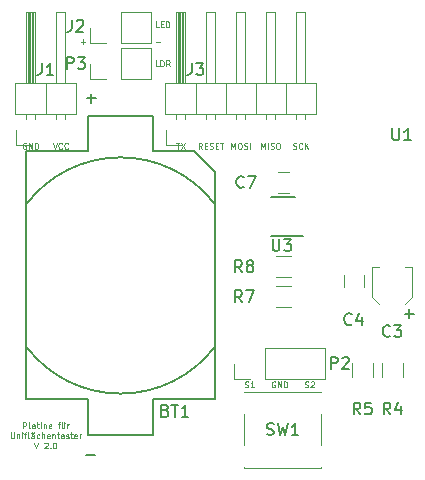
<source format=gto>
G04 #@! TF.FileFunction,Legend,Top*
%FSLAX46Y46*%
G04 Gerber Fmt 4.6, Leading zero omitted, Abs format (unit mm)*
G04 Created by KiCad (PCBNEW 4.0.6-e0-6349~53~ubuntu16.04.1) date Sun Jul  2 13:03:49 2017*
%MOMM*%
%LPD*%
G01*
G04 APERTURE LIST*
%ADD10C,0.100000*%
%ADD11C,0.120000*%
%ADD12C,0.150000*%
G04 APERTURE END LIST*
D10*
X151765239Y-146442190D02*
X151765239Y-145942190D01*
X151955715Y-145942190D01*
X152003334Y-145966000D01*
X152027143Y-145989810D01*
X152050953Y-146037429D01*
X152050953Y-146108857D01*
X152027143Y-146156476D01*
X152003334Y-146180286D01*
X151955715Y-146204095D01*
X151765239Y-146204095D01*
X152336667Y-146442190D02*
X152289048Y-146418381D01*
X152265239Y-146370762D01*
X152265239Y-145942190D01*
X152741429Y-146442190D02*
X152741429Y-146180286D01*
X152717620Y-146132667D01*
X152670001Y-146108857D01*
X152574763Y-146108857D01*
X152527144Y-146132667D01*
X152741429Y-146418381D02*
X152693810Y-146442190D01*
X152574763Y-146442190D01*
X152527144Y-146418381D01*
X152503334Y-146370762D01*
X152503334Y-146323143D01*
X152527144Y-146275524D01*
X152574763Y-146251714D01*
X152693810Y-146251714D01*
X152741429Y-146227905D01*
X152908096Y-146108857D02*
X153098572Y-146108857D01*
X152979525Y-145942190D02*
X152979525Y-146370762D01*
X153003334Y-146418381D01*
X153050953Y-146442190D01*
X153098572Y-146442190D01*
X153265239Y-146442190D02*
X153265239Y-146108857D01*
X153265239Y-145942190D02*
X153241429Y-145966000D01*
X153265239Y-145989810D01*
X153289048Y-145966000D01*
X153265239Y-145942190D01*
X153265239Y-145989810D01*
X153503334Y-146108857D02*
X153503334Y-146442190D01*
X153503334Y-146156476D02*
X153527143Y-146132667D01*
X153574762Y-146108857D01*
X153646191Y-146108857D01*
X153693810Y-146132667D01*
X153717619Y-146180286D01*
X153717619Y-146442190D01*
X154146191Y-146418381D02*
X154098572Y-146442190D01*
X154003334Y-146442190D01*
X153955715Y-146418381D01*
X153931905Y-146370762D01*
X153931905Y-146180286D01*
X153955715Y-146132667D01*
X154003334Y-146108857D01*
X154098572Y-146108857D01*
X154146191Y-146132667D01*
X154170000Y-146180286D01*
X154170000Y-146227905D01*
X153931905Y-146275524D01*
X154693809Y-146108857D02*
X154884285Y-146108857D01*
X154765238Y-146442190D02*
X154765238Y-146013619D01*
X154789047Y-145966000D01*
X154836666Y-145942190D01*
X154884285Y-145942190D01*
X155265237Y-146108857D02*
X155265237Y-146442190D01*
X155050952Y-146108857D02*
X155050952Y-146370762D01*
X155074761Y-146418381D01*
X155122380Y-146442190D01*
X155193809Y-146442190D01*
X155241428Y-146418381D01*
X155265237Y-146394571D01*
X155074761Y-145942190D02*
X155098571Y-145966000D01*
X155074761Y-145989810D01*
X155050952Y-145966000D01*
X155074761Y-145942190D01*
X155074761Y-145989810D01*
X155265237Y-145942190D02*
X155289047Y-145966000D01*
X155265237Y-145989810D01*
X155241428Y-145966000D01*
X155265237Y-145942190D01*
X155265237Y-145989810D01*
X155503333Y-146442190D02*
X155503333Y-146108857D01*
X155503333Y-146204095D02*
X155527142Y-146156476D01*
X155550952Y-146132667D01*
X155598571Y-146108857D01*
X155646190Y-146108857D01*
X150717620Y-146792190D02*
X150717620Y-147196952D01*
X150741429Y-147244571D01*
X150765239Y-147268381D01*
X150812858Y-147292190D01*
X150908096Y-147292190D01*
X150955715Y-147268381D01*
X150979524Y-147244571D01*
X151003334Y-147196952D01*
X151003334Y-146792190D01*
X151241430Y-146958857D02*
X151241430Y-147292190D01*
X151241430Y-147006476D02*
X151265239Y-146982667D01*
X151312858Y-146958857D01*
X151384287Y-146958857D01*
X151431906Y-146982667D01*
X151455715Y-147030286D01*
X151455715Y-147292190D01*
X151693811Y-147292190D02*
X151693811Y-146958857D01*
X151693811Y-146792190D02*
X151670001Y-146816000D01*
X151693811Y-146839810D01*
X151717620Y-146816000D01*
X151693811Y-146792190D01*
X151693811Y-146839810D01*
X151860477Y-146958857D02*
X152050953Y-146958857D01*
X151931906Y-147292190D02*
X151931906Y-146863619D01*
X151955715Y-146816000D01*
X152003334Y-146792190D01*
X152050953Y-146792190D01*
X152289048Y-147292190D02*
X152241429Y-147268381D01*
X152217620Y-147220762D01*
X152217620Y-146792190D01*
X152693810Y-147292190D02*
X152693810Y-147030286D01*
X152670001Y-146982667D01*
X152622382Y-146958857D01*
X152527144Y-146958857D01*
X152479525Y-146982667D01*
X152693810Y-147268381D02*
X152646191Y-147292190D01*
X152527144Y-147292190D01*
X152479525Y-147268381D01*
X152455715Y-147220762D01*
X152455715Y-147173143D01*
X152479525Y-147125524D01*
X152527144Y-147101714D01*
X152646191Y-147101714D01*
X152693810Y-147077905D01*
X152479525Y-146792190D02*
X152503334Y-146816000D01*
X152479525Y-146839810D01*
X152455715Y-146816000D01*
X152479525Y-146792190D01*
X152479525Y-146839810D01*
X152670001Y-146792190D02*
X152693810Y-146816000D01*
X152670001Y-146839810D01*
X152646191Y-146816000D01*
X152670001Y-146792190D01*
X152670001Y-146839810D01*
X153146191Y-147268381D02*
X153098572Y-147292190D01*
X153003334Y-147292190D01*
X152955715Y-147268381D01*
X152931906Y-147244571D01*
X152908096Y-147196952D01*
X152908096Y-147054095D01*
X152931906Y-147006476D01*
X152955715Y-146982667D01*
X153003334Y-146958857D01*
X153098572Y-146958857D01*
X153146191Y-146982667D01*
X153360477Y-147292190D02*
X153360477Y-146792190D01*
X153574762Y-147292190D02*
X153574762Y-147030286D01*
X153550953Y-146982667D01*
X153503334Y-146958857D01*
X153431905Y-146958857D01*
X153384286Y-146982667D01*
X153360477Y-147006476D01*
X154003334Y-147268381D02*
X153955715Y-147292190D01*
X153860477Y-147292190D01*
X153812858Y-147268381D01*
X153789048Y-147220762D01*
X153789048Y-147030286D01*
X153812858Y-146982667D01*
X153860477Y-146958857D01*
X153955715Y-146958857D01*
X154003334Y-146982667D01*
X154027143Y-147030286D01*
X154027143Y-147077905D01*
X153789048Y-147125524D01*
X154241429Y-146958857D02*
X154241429Y-147292190D01*
X154241429Y-147006476D02*
X154265238Y-146982667D01*
X154312857Y-146958857D01*
X154384286Y-146958857D01*
X154431905Y-146982667D01*
X154455714Y-147030286D01*
X154455714Y-147292190D01*
X154622381Y-146958857D02*
X154812857Y-146958857D01*
X154693810Y-146792190D02*
X154693810Y-147220762D01*
X154717619Y-147268381D01*
X154765238Y-147292190D01*
X154812857Y-147292190D01*
X155193809Y-147292190D02*
X155193809Y-147030286D01*
X155170000Y-146982667D01*
X155122381Y-146958857D01*
X155027143Y-146958857D01*
X154979524Y-146982667D01*
X155193809Y-147268381D02*
X155146190Y-147292190D01*
X155027143Y-147292190D01*
X154979524Y-147268381D01*
X154955714Y-147220762D01*
X154955714Y-147173143D01*
X154979524Y-147125524D01*
X155027143Y-147101714D01*
X155146190Y-147101714D01*
X155193809Y-147077905D01*
X155408095Y-147268381D02*
X155455714Y-147292190D01*
X155550952Y-147292190D01*
X155598571Y-147268381D01*
X155622381Y-147220762D01*
X155622381Y-147196952D01*
X155598571Y-147149333D01*
X155550952Y-147125524D01*
X155479524Y-147125524D01*
X155431905Y-147101714D01*
X155408095Y-147054095D01*
X155408095Y-147030286D01*
X155431905Y-146982667D01*
X155479524Y-146958857D01*
X155550952Y-146958857D01*
X155598571Y-146982667D01*
X155765238Y-146958857D02*
X155955714Y-146958857D01*
X155836667Y-146792190D02*
X155836667Y-147220762D01*
X155860476Y-147268381D01*
X155908095Y-147292190D01*
X155955714Y-147292190D01*
X156312857Y-147268381D02*
X156265238Y-147292190D01*
X156170000Y-147292190D01*
X156122381Y-147268381D01*
X156098571Y-147220762D01*
X156098571Y-147030286D01*
X156122381Y-146982667D01*
X156170000Y-146958857D01*
X156265238Y-146958857D01*
X156312857Y-146982667D01*
X156336666Y-147030286D01*
X156336666Y-147077905D01*
X156098571Y-147125524D01*
X156550952Y-147292190D02*
X156550952Y-146958857D01*
X156550952Y-147054095D02*
X156574761Y-147006476D01*
X156598571Y-146982667D01*
X156646190Y-146958857D01*
X156693809Y-146958857D01*
X152717620Y-147642190D02*
X152884287Y-148142190D01*
X153050953Y-147642190D01*
X153574762Y-147689810D02*
X153598572Y-147666000D01*
X153646191Y-147642190D01*
X153765238Y-147642190D01*
X153812857Y-147666000D01*
X153836667Y-147689810D01*
X153860476Y-147737429D01*
X153860476Y-147785048D01*
X153836667Y-147856476D01*
X153550953Y-148142190D01*
X153860476Y-148142190D01*
X154074762Y-148094571D02*
X154098571Y-148118381D01*
X154074762Y-148142190D01*
X154050952Y-148118381D01*
X154074762Y-148094571D01*
X154074762Y-148142190D01*
X154408095Y-147642190D02*
X154455714Y-147642190D01*
X154503333Y-147666000D01*
X154527142Y-147689810D01*
X154550952Y-147737429D01*
X154574761Y-147832667D01*
X154574761Y-147951714D01*
X154550952Y-148046952D01*
X154527142Y-148094571D01*
X154503333Y-148118381D01*
X154455714Y-148142190D01*
X154408095Y-148142190D01*
X154360476Y-148118381D01*
X154336666Y-148094571D01*
X154312857Y-148046952D01*
X154289047Y-147951714D01*
X154289047Y-147832667D01*
X154312857Y-147737429D01*
X154336666Y-147689810D01*
X154360476Y-147666000D01*
X154408095Y-147642190D01*
X173101047Y-142498000D02*
X173053428Y-142474190D01*
X172982000Y-142474190D01*
X172910571Y-142498000D01*
X172862952Y-142545619D01*
X172839143Y-142593238D01*
X172815333Y-142688476D01*
X172815333Y-142759905D01*
X172839143Y-142855143D01*
X172862952Y-142902762D01*
X172910571Y-142950381D01*
X172982000Y-142974190D01*
X173029619Y-142974190D01*
X173101047Y-142950381D01*
X173124857Y-142926571D01*
X173124857Y-142759905D01*
X173029619Y-142759905D01*
X173339143Y-142974190D02*
X173339143Y-142474190D01*
X173624857Y-142974190D01*
X173624857Y-142474190D01*
X173862953Y-142974190D02*
X173862953Y-142474190D01*
X173982000Y-142474190D01*
X174053429Y-142498000D01*
X174101048Y-142545619D01*
X174124857Y-142593238D01*
X174148667Y-142688476D01*
X174148667Y-142759905D01*
X174124857Y-142855143D01*
X174101048Y-142902762D01*
X174053429Y-142950381D01*
X173982000Y-142974190D01*
X173862953Y-142974190D01*
X170561048Y-142950381D02*
X170632477Y-142974190D01*
X170751524Y-142974190D01*
X170799143Y-142950381D01*
X170822953Y-142926571D01*
X170846762Y-142878952D01*
X170846762Y-142831333D01*
X170822953Y-142783714D01*
X170799143Y-142759905D01*
X170751524Y-142736095D01*
X170656286Y-142712286D01*
X170608667Y-142688476D01*
X170584858Y-142664667D01*
X170561048Y-142617048D01*
X170561048Y-142569429D01*
X170584858Y-142521810D01*
X170608667Y-142498000D01*
X170656286Y-142474190D01*
X170775334Y-142474190D01*
X170846762Y-142498000D01*
X171322952Y-142974190D02*
X171037238Y-142974190D01*
X171180095Y-142974190D02*
X171180095Y-142474190D01*
X171132476Y-142545619D01*
X171084857Y-142593238D01*
X171037238Y-142617048D01*
X175641048Y-142950381D02*
X175712477Y-142974190D01*
X175831524Y-142974190D01*
X175879143Y-142950381D01*
X175902953Y-142926571D01*
X175926762Y-142878952D01*
X175926762Y-142831333D01*
X175902953Y-142783714D01*
X175879143Y-142759905D01*
X175831524Y-142736095D01*
X175736286Y-142712286D01*
X175688667Y-142688476D01*
X175664858Y-142664667D01*
X175641048Y-142617048D01*
X175641048Y-142569429D01*
X175664858Y-142521810D01*
X175688667Y-142498000D01*
X175736286Y-142474190D01*
X175855334Y-142474190D01*
X175926762Y-142498000D01*
X176117238Y-142521810D02*
X176141048Y-142498000D01*
X176188667Y-142474190D01*
X176307714Y-142474190D01*
X176355333Y-142498000D01*
X176379143Y-142521810D01*
X176402952Y-142569429D01*
X176402952Y-142617048D01*
X176379143Y-142688476D01*
X176093429Y-142974190D01*
X176402952Y-142974190D01*
X163004524Y-113700714D02*
X163385476Y-113700714D01*
X156654524Y-113700714D02*
X157035476Y-113700714D01*
X156845000Y-113891190D02*
X156845000Y-113510238D01*
X163230762Y-115796190D02*
X162992667Y-115796190D01*
X162992667Y-115296190D01*
X163397429Y-115796190D02*
X163397429Y-115296190D01*
X163516476Y-115296190D01*
X163587905Y-115320000D01*
X163635524Y-115367619D01*
X163659333Y-115415238D01*
X163683143Y-115510476D01*
X163683143Y-115581905D01*
X163659333Y-115677143D01*
X163635524Y-115724762D01*
X163587905Y-115772381D01*
X163516476Y-115796190D01*
X163397429Y-115796190D01*
X164183143Y-115796190D02*
X164016476Y-115558095D01*
X163897429Y-115796190D02*
X163897429Y-115296190D01*
X164087905Y-115296190D01*
X164135524Y-115320000D01*
X164159333Y-115343810D01*
X164183143Y-115391429D01*
X164183143Y-115462857D01*
X164159333Y-115510476D01*
X164135524Y-115534286D01*
X164087905Y-115558095D01*
X163897429Y-115558095D01*
X163254572Y-112494190D02*
X163016477Y-112494190D01*
X163016477Y-111994190D01*
X163421239Y-112232286D02*
X163587905Y-112232286D01*
X163659334Y-112494190D02*
X163421239Y-112494190D01*
X163421239Y-111994190D01*
X163659334Y-111994190D01*
X163873620Y-112494190D02*
X163873620Y-111994190D01*
X163992667Y-111994190D01*
X164064096Y-112018000D01*
X164111715Y-112065619D01*
X164135524Y-112113238D01*
X164159334Y-112208476D01*
X164159334Y-112279905D01*
X164135524Y-112375143D01*
X164111715Y-112422762D01*
X164064096Y-112470381D01*
X163992667Y-112494190D01*
X163873620Y-112494190D01*
X174617143Y-122757381D02*
X174688572Y-122781190D01*
X174807619Y-122781190D01*
X174855238Y-122757381D01*
X174879048Y-122733571D01*
X174902857Y-122685952D01*
X174902857Y-122638333D01*
X174879048Y-122590714D01*
X174855238Y-122566905D01*
X174807619Y-122543095D01*
X174712381Y-122519286D01*
X174664762Y-122495476D01*
X174640953Y-122471667D01*
X174617143Y-122424048D01*
X174617143Y-122376429D01*
X174640953Y-122328810D01*
X174664762Y-122305000D01*
X174712381Y-122281190D01*
X174831429Y-122281190D01*
X174902857Y-122305000D01*
X175402857Y-122733571D02*
X175379047Y-122757381D01*
X175307619Y-122781190D01*
X175260000Y-122781190D01*
X175188571Y-122757381D01*
X175140952Y-122709762D01*
X175117143Y-122662143D01*
X175093333Y-122566905D01*
X175093333Y-122495476D01*
X175117143Y-122400238D01*
X175140952Y-122352619D01*
X175188571Y-122305000D01*
X175260000Y-122281190D01*
X175307619Y-122281190D01*
X175379047Y-122305000D01*
X175402857Y-122328810D01*
X175617143Y-122781190D02*
X175617143Y-122281190D01*
X175902857Y-122781190D02*
X175688571Y-122495476D01*
X175902857Y-122281190D02*
X175617143Y-122566905D01*
X171934286Y-122781190D02*
X171934286Y-122281190D01*
X172100952Y-122638333D01*
X172267619Y-122281190D01*
X172267619Y-122781190D01*
X172505715Y-122781190D02*
X172505715Y-122281190D01*
X172720000Y-122757381D02*
X172791429Y-122781190D01*
X172910476Y-122781190D01*
X172958095Y-122757381D01*
X172981905Y-122733571D01*
X173005714Y-122685952D01*
X173005714Y-122638333D01*
X172981905Y-122590714D01*
X172958095Y-122566905D01*
X172910476Y-122543095D01*
X172815238Y-122519286D01*
X172767619Y-122495476D01*
X172743810Y-122471667D01*
X172720000Y-122424048D01*
X172720000Y-122376429D01*
X172743810Y-122328810D01*
X172767619Y-122305000D01*
X172815238Y-122281190D01*
X172934286Y-122281190D01*
X173005714Y-122305000D01*
X173315238Y-122281190D02*
X173410476Y-122281190D01*
X173458095Y-122305000D01*
X173505714Y-122352619D01*
X173529523Y-122447857D01*
X173529523Y-122614524D01*
X173505714Y-122709762D01*
X173458095Y-122757381D01*
X173410476Y-122781190D01*
X173315238Y-122781190D01*
X173267619Y-122757381D01*
X173220000Y-122709762D01*
X173196190Y-122614524D01*
X173196190Y-122447857D01*
X173220000Y-122352619D01*
X173267619Y-122305000D01*
X173315238Y-122281190D01*
X169394286Y-122781190D02*
X169394286Y-122281190D01*
X169560952Y-122638333D01*
X169727619Y-122281190D01*
X169727619Y-122781190D01*
X170060953Y-122281190D02*
X170156191Y-122281190D01*
X170203810Y-122305000D01*
X170251429Y-122352619D01*
X170275238Y-122447857D01*
X170275238Y-122614524D01*
X170251429Y-122709762D01*
X170203810Y-122757381D01*
X170156191Y-122781190D01*
X170060953Y-122781190D01*
X170013334Y-122757381D01*
X169965715Y-122709762D01*
X169941905Y-122614524D01*
X169941905Y-122447857D01*
X169965715Y-122352619D01*
X170013334Y-122305000D01*
X170060953Y-122281190D01*
X170465715Y-122757381D02*
X170537144Y-122781190D01*
X170656191Y-122781190D01*
X170703810Y-122757381D01*
X170727620Y-122733571D01*
X170751429Y-122685952D01*
X170751429Y-122638333D01*
X170727620Y-122590714D01*
X170703810Y-122566905D01*
X170656191Y-122543095D01*
X170560953Y-122519286D01*
X170513334Y-122495476D01*
X170489525Y-122471667D01*
X170465715Y-122424048D01*
X170465715Y-122376429D01*
X170489525Y-122328810D01*
X170513334Y-122305000D01*
X170560953Y-122281190D01*
X170680001Y-122281190D01*
X170751429Y-122305000D01*
X170965715Y-122781190D02*
X170965715Y-122281190D01*
X166913810Y-122781190D02*
X166747143Y-122543095D01*
X166628096Y-122781190D02*
X166628096Y-122281190D01*
X166818572Y-122281190D01*
X166866191Y-122305000D01*
X166890000Y-122328810D01*
X166913810Y-122376429D01*
X166913810Y-122447857D01*
X166890000Y-122495476D01*
X166866191Y-122519286D01*
X166818572Y-122543095D01*
X166628096Y-122543095D01*
X167128096Y-122519286D02*
X167294762Y-122519286D01*
X167366191Y-122781190D02*
X167128096Y-122781190D01*
X167128096Y-122281190D01*
X167366191Y-122281190D01*
X167556667Y-122757381D02*
X167628096Y-122781190D01*
X167747143Y-122781190D01*
X167794762Y-122757381D01*
X167818572Y-122733571D01*
X167842381Y-122685952D01*
X167842381Y-122638333D01*
X167818572Y-122590714D01*
X167794762Y-122566905D01*
X167747143Y-122543095D01*
X167651905Y-122519286D01*
X167604286Y-122495476D01*
X167580477Y-122471667D01*
X167556667Y-122424048D01*
X167556667Y-122376429D01*
X167580477Y-122328810D01*
X167604286Y-122305000D01*
X167651905Y-122281190D01*
X167770953Y-122281190D01*
X167842381Y-122305000D01*
X168056667Y-122519286D02*
X168223333Y-122519286D01*
X168294762Y-122781190D02*
X168056667Y-122781190D01*
X168056667Y-122281190D01*
X168294762Y-122281190D01*
X168437619Y-122281190D02*
X168723333Y-122281190D01*
X168580476Y-122781190D02*
X168580476Y-122281190D01*
X164719048Y-122281190D02*
X165004762Y-122281190D01*
X164861905Y-122781190D02*
X164861905Y-122281190D01*
X165123810Y-122281190D02*
X165457143Y-122781190D01*
X165457143Y-122281190D02*
X165123810Y-122781190D01*
X154273334Y-122281190D02*
X154440001Y-122781190D01*
X154606667Y-122281190D01*
X155059048Y-122733571D02*
X155035238Y-122757381D01*
X154963810Y-122781190D01*
X154916191Y-122781190D01*
X154844762Y-122757381D01*
X154797143Y-122709762D01*
X154773334Y-122662143D01*
X154749524Y-122566905D01*
X154749524Y-122495476D01*
X154773334Y-122400238D01*
X154797143Y-122352619D01*
X154844762Y-122305000D01*
X154916191Y-122281190D01*
X154963810Y-122281190D01*
X155035238Y-122305000D01*
X155059048Y-122328810D01*
X155559048Y-122733571D02*
X155535238Y-122757381D01*
X155463810Y-122781190D01*
X155416191Y-122781190D01*
X155344762Y-122757381D01*
X155297143Y-122709762D01*
X155273334Y-122662143D01*
X155249524Y-122566905D01*
X155249524Y-122495476D01*
X155273334Y-122400238D01*
X155297143Y-122352619D01*
X155344762Y-122305000D01*
X155416191Y-122281190D01*
X155463810Y-122281190D01*
X155535238Y-122305000D01*
X155559048Y-122328810D01*
X152019047Y-122305000D02*
X151971428Y-122281190D01*
X151900000Y-122281190D01*
X151828571Y-122305000D01*
X151780952Y-122352619D01*
X151757143Y-122400238D01*
X151733333Y-122495476D01*
X151733333Y-122566905D01*
X151757143Y-122662143D01*
X151780952Y-122709762D01*
X151828571Y-122757381D01*
X151900000Y-122781190D01*
X151947619Y-122781190D01*
X152019047Y-122757381D01*
X152042857Y-122733571D01*
X152042857Y-122566905D01*
X151947619Y-122566905D01*
X152257143Y-122781190D02*
X152257143Y-122281190D01*
X152542857Y-122781190D01*
X152542857Y-122281190D01*
X152780953Y-122781190D02*
X152780953Y-122281190D01*
X152900000Y-122281190D01*
X152971429Y-122305000D01*
X153019048Y-122352619D01*
X153042857Y-122400238D01*
X153066667Y-122495476D01*
X153066667Y-122566905D01*
X153042857Y-122662143D01*
X153019048Y-122709762D01*
X152971429Y-122757381D01*
X152900000Y-122781190D01*
X152780953Y-122781190D01*
D11*
X172212000Y-142300000D02*
X177352000Y-142300000D01*
X177352000Y-142300000D02*
X177352000Y-139640000D01*
X177352000Y-139640000D02*
X172212000Y-139640000D01*
X172212000Y-139640000D02*
X172212000Y-142300000D01*
X170942000Y-142300000D02*
X169612000Y-142300000D01*
X169612000Y-142300000D02*
X169612000Y-140970000D01*
D12*
X162770000Y-123000000D02*
X166270000Y-123000000D01*
X166270000Y-123000000D02*
X168020000Y-124750000D01*
X168020000Y-124750000D02*
X168020000Y-144000000D01*
X162770000Y-147000000D02*
X162770000Y-144000000D01*
X157270000Y-144000000D02*
X157270000Y-147000000D01*
X152020000Y-144000000D02*
X152020000Y-123000000D01*
X162770000Y-123000000D02*
X162770000Y-120000000D01*
X157270000Y-120000000D02*
X157270000Y-123000000D01*
X167992669Y-127463731D02*
G75*
G03X152020000Y-127500000I-7972669J-6036269D01*
G01*
X152047331Y-139536269D02*
G75*
G03X168020000Y-139500000I7972669J6036269D01*
G01*
X157270000Y-120000000D02*
X162770000Y-120000000D01*
X152020000Y-123000000D02*
X157270000Y-123000000D01*
X152020000Y-144000000D02*
X157270000Y-144000000D01*
X157270000Y-147000000D02*
X162770000Y-147000000D01*
X162770000Y-144000000D02*
X168020000Y-144000000D01*
D11*
X160020000Y-113852000D02*
X162620000Y-113852000D01*
X162620000Y-113852000D02*
X162620000Y-111192000D01*
X162620000Y-111192000D02*
X160020000Y-111192000D01*
X160020000Y-111192000D02*
X160020000Y-113852000D01*
X158750000Y-113852000D02*
X157420000Y-113852000D01*
X157420000Y-113852000D02*
X157420000Y-112522000D01*
X173219800Y-131885800D02*
X174419800Y-131885800D01*
X174419800Y-133645800D02*
X173219800Y-133645800D01*
X174319800Y-124778400D02*
X173319800Y-124778400D01*
X173319800Y-126478400D02*
X174319800Y-126478400D01*
D12*
X174774800Y-126838400D02*
X172724800Y-126838400D01*
X175479800Y-130138400D02*
X172724800Y-130138400D01*
D11*
X173219800Y-134425800D02*
X174419800Y-134425800D01*
X174419800Y-136185800D02*
X173219800Y-136185800D01*
X184730000Y-135330000D02*
X184120000Y-135940000D01*
X184730000Y-132770000D02*
X184120000Y-132770000D01*
X181290000Y-135310000D02*
X181880000Y-135910000D01*
X181290000Y-132770000D02*
X181880000Y-132770000D01*
X184730000Y-135330000D02*
X184730000Y-132790000D01*
X181290000Y-132770000D02*
X181290000Y-135310000D01*
X178900000Y-133500000D02*
X178900000Y-134500000D01*
X180600000Y-134500000D02*
X180600000Y-133500000D01*
X182152400Y-142103400D02*
X182152400Y-140903400D01*
X183912400Y-140903400D02*
X183912400Y-142103400D01*
X179612400Y-142103400D02*
X179612400Y-140903400D01*
X181372400Y-140903400D02*
X181372400Y-142103400D01*
X160020000Y-116900000D02*
X162620000Y-116900000D01*
X162620000Y-116900000D02*
X162620000Y-114240000D01*
X162620000Y-114240000D02*
X160020000Y-114240000D01*
X160020000Y-114240000D02*
X160020000Y-116900000D01*
X158750000Y-116900000D02*
X157420000Y-116900000D01*
X157420000Y-116900000D02*
X157420000Y-115570000D01*
X151070000Y-119818000D02*
X153670000Y-119818000D01*
X153670000Y-119818000D02*
X153670000Y-117198000D01*
X153670000Y-117198000D02*
X151070000Y-117198000D01*
X151070000Y-117198000D02*
X151070000Y-119818000D01*
X152020000Y-117198000D02*
X152780000Y-117198000D01*
X152780000Y-117198000D02*
X152780000Y-111198000D01*
X152780000Y-111198000D02*
X152020000Y-111198000D01*
X152020000Y-111198000D02*
X152020000Y-117198000D01*
X152020000Y-120248000D02*
X152020000Y-119818000D01*
X152780000Y-120248000D02*
X152780000Y-119818000D01*
X152140000Y-117198000D02*
X152140000Y-111198000D01*
X152260000Y-117198000D02*
X152260000Y-111198000D01*
X152380000Y-117198000D02*
X152380000Y-111198000D01*
X152500000Y-117198000D02*
X152500000Y-111198000D01*
X152620000Y-117198000D02*
X152620000Y-111198000D01*
X152740000Y-117198000D02*
X152740000Y-111198000D01*
X153670000Y-119818000D02*
X156270000Y-119818000D01*
X156270000Y-119818000D02*
X156270000Y-117198000D01*
X156270000Y-117198000D02*
X153670000Y-117198000D01*
X153670000Y-117198000D02*
X153670000Y-119818000D01*
X154560000Y-117198000D02*
X155320000Y-117198000D01*
X155320000Y-117198000D02*
X155320000Y-111198000D01*
X155320000Y-111198000D02*
X154560000Y-111198000D01*
X154560000Y-111198000D02*
X154560000Y-117198000D01*
X154560000Y-120248000D02*
X154560000Y-119818000D01*
X155320000Y-120248000D02*
X155320000Y-119818000D01*
X152400000Y-122428000D02*
X151130000Y-122428000D01*
X151130000Y-122428000D02*
X151130000Y-121158000D01*
X163770000Y-119818000D02*
X166370000Y-119818000D01*
X166370000Y-119818000D02*
X166370000Y-117198000D01*
X166370000Y-117198000D02*
X163770000Y-117198000D01*
X163770000Y-117198000D02*
X163770000Y-119818000D01*
X164720000Y-117198000D02*
X165480000Y-117198000D01*
X165480000Y-117198000D02*
X165480000Y-111198000D01*
X165480000Y-111198000D02*
X164720000Y-111198000D01*
X164720000Y-111198000D02*
X164720000Y-117198000D01*
X164720000Y-120248000D02*
X164720000Y-119818000D01*
X165480000Y-120248000D02*
X165480000Y-119818000D01*
X164840000Y-117198000D02*
X164840000Y-111198000D01*
X164960000Y-117198000D02*
X164960000Y-111198000D01*
X165080000Y-117198000D02*
X165080000Y-111198000D01*
X165200000Y-117198000D02*
X165200000Y-111198000D01*
X165320000Y-117198000D02*
X165320000Y-111198000D01*
X165440000Y-117198000D02*
X165440000Y-111198000D01*
X166370000Y-119818000D02*
X168910000Y-119818000D01*
X168910000Y-119818000D02*
X168910000Y-117198000D01*
X168910000Y-117198000D02*
X166370000Y-117198000D01*
X166370000Y-117198000D02*
X166370000Y-119818000D01*
X167260000Y-117198000D02*
X168020000Y-117198000D01*
X168020000Y-117198000D02*
X168020000Y-111198000D01*
X168020000Y-111198000D02*
X167260000Y-111198000D01*
X167260000Y-111198000D02*
X167260000Y-117198000D01*
X167260000Y-120248000D02*
X167260000Y-119818000D01*
X168020000Y-120248000D02*
X168020000Y-119818000D01*
X168910000Y-119818000D02*
X171450000Y-119818000D01*
X171450000Y-119818000D02*
X171450000Y-117198000D01*
X171450000Y-117198000D02*
X168910000Y-117198000D01*
X168910000Y-117198000D02*
X168910000Y-119818000D01*
X169800000Y-117198000D02*
X170560000Y-117198000D01*
X170560000Y-117198000D02*
X170560000Y-111198000D01*
X170560000Y-111198000D02*
X169800000Y-111198000D01*
X169800000Y-111198000D02*
X169800000Y-117198000D01*
X169800000Y-120248000D02*
X169800000Y-119818000D01*
X170560000Y-120248000D02*
X170560000Y-119818000D01*
X171450000Y-119818000D02*
X173990000Y-119818000D01*
X173990000Y-119818000D02*
X173990000Y-117198000D01*
X173990000Y-117198000D02*
X171450000Y-117198000D01*
X171450000Y-117198000D02*
X171450000Y-119818000D01*
X172340000Y-117198000D02*
X173100000Y-117198000D01*
X173100000Y-117198000D02*
X173100000Y-111198000D01*
X173100000Y-111198000D02*
X172340000Y-111198000D01*
X172340000Y-111198000D02*
X172340000Y-117198000D01*
X172340000Y-120248000D02*
X172340000Y-119818000D01*
X173100000Y-120248000D02*
X173100000Y-119818000D01*
X173990000Y-119818000D02*
X176590000Y-119818000D01*
X176590000Y-119818000D02*
X176590000Y-117198000D01*
X176590000Y-117198000D02*
X173990000Y-117198000D01*
X173990000Y-117198000D02*
X173990000Y-119818000D01*
X174880000Y-117198000D02*
X175640000Y-117198000D01*
X175640000Y-117198000D02*
X175640000Y-111198000D01*
X175640000Y-111198000D02*
X174880000Y-111198000D01*
X174880000Y-111198000D02*
X174880000Y-117198000D01*
X174880000Y-120248000D02*
X174880000Y-119818000D01*
X175640000Y-120248000D02*
X175640000Y-119818000D01*
X165100000Y-122428000D02*
X163830000Y-122428000D01*
X163830000Y-122428000D02*
X163830000Y-121158000D01*
X176966000Y-143328000D02*
X176966000Y-143358000D01*
X176966000Y-149788000D02*
X176966000Y-149758000D01*
X170506000Y-149788000D02*
X170506000Y-149758000D01*
X170506000Y-143358000D02*
X170506000Y-143328000D01*
X176966000Y-145258000D02*
X176966000Y-147858000D01*
X170506000Y-143328000D02*
X176966000Y-143328000D01*
X170506000Y-145258000D02*
X170506000Y-147858000D01*
X170506000Y-149788000D02*
X176966000Y-149788000D01*
D12*
X177823905Y-141422381D02*
X177823905Y-140422381D01*
X178204858Y-140422381D01*
X178300096Y-140470000D01*
X178347715Y-140517619D01*
X178395334Y-140612857D01*
X178395334Y-140755714D01*
X178347715Y-140850952D01*
X178300096Y-140898571D01*
X178204858Y-140946190D01*
X177823905Y-140946190D01*
X178776286Y-140517619D02*
X178823905Y-140470000D01*
X178919143Y-140422381D01*
X179157239Y-140422381D01*
X179252477Y-140470000D01*
X179300096Y-140517619D01*
X179347715Y-140612857D01*
X179347715Y-140708095D01*
X179300096Y-140850952D01*
X178728667Y-141422381D01*
X179347715Y-141422381D01*
X163806286Y-144928571D02*
X163949143Y-144976190D01*
X163996762Y-145023810D01*
X164044381Y-145119048D01*
X164044381Y-145261905D01*
X163996762Y-145357143D01*
X163949143Y-145404762D01*
X163853905Y-145452381D01*
X163472952Y-145452381D01*
X163472952Y-144452381D01*
X163806286Y-144452381D01*
X163901524Y-144500000D01*
X163949143Y-144547619D01*
X163996762Y-144642857D01*
X163996762Y-144738095D01*
X163949143Y-144833333D01*
X163901524Y-144880952D01*
X163806286Y-144928571D01*
X163472952Y-144928571D01*
X164330095Y-144452381D02*
X164901524Y-144452381D01*
X164615809Y-145452381D02*
X164615809Y-144452381D01*
X165758667Y-145452381D02*
X165187238Y-145452381D01*
X165472952Y-145452381D02*
X165472952Y-144452381D01*
X165377714Y-144595238D01*
X165282476Y-144690476D01*
X165187238Y-144738095D01*
X157099048Y-148661429D02*
X157860953Y-148661429D01*
X157551429Y-118880952D02*
X157551429Y-118119047D01*
X157932381Y-118499999D02*
X157170476Y-118499999D01*
X155876667Y-111847381D02*
X155876667Y-112561667D01*
X155829047Y-112704524D01*
X155733809Y-112799762D01*
X155590952Y-112847381D01*
X155495714Y-112847381D01*
X156305238Y-111942619D02*
X156352857Y-111895000D01*
X156448095Y-111847381D01*
X156686191Y-111847381D01*
X156781429Y-111895000D01*
X156829048Y-111942619D01*
X156876667Y-112037857D01*
X156876667Y-112133095D01*
X156829048Y-112275952D01*
X156257619Y-112847381D01*
X156876667Y-112847381D01*
X170303134Y-133218181D02*
X169969800Y-132741990D01*
X169731705Y-133218181D02*
X169731705Y-132218181D01*
X170112658Y-132218181D01*
X170207896Y-132265800D01*
X170255515Y-132313419D01*
X170303134Y-132408657D01*
X170303134Y-132551514D01*
X170255515Y-132646752D01*
X170207896Y-132694371D01*
X170112658Y-132741990D01*
X169731705Y-132741990D01*
X170874562Y-132646752D02*
X170779324Y-132599133D01*
X170731705Y-132551514D01*
X170684086Y-132456276D01*
X170684086Y-132408657D01*
X170731705Y-132313419D01*
X170779324Y-132265800D01*
X170874562Y-132218181D01*
X171065039Y-132218181D01*
X171160277Y-132265800D01*
X171207896Y-132313419D01*
X171255515Y-132408657D01*
X171255515Y-132456276D01*
X171207896Y-132551514D01*
X171160277Y-132599133D01*
X171065039Y-132646752D01*
X170874562Y-132646752D01*
X170779324Y-132694371D01*
X170731705Y-132741990D01*
X170684086Y-132837229D01*
X170684086Y-133027705D01*
X170731705Y-133122943D01*
X170779324Y-133170562D01*
X170874562Y-133218181D01*
X171065039Y-133218181D01*
X171160277Y-133170562D01*
X171207896Y-133122943D01*
X171255515Y-133027705D01*
X171255515Y-132837229D01*
X171207896Y-132741990D01*
X171160277Y-132694371D01*
X171065039Y-132646752D01*
X170445134Y-125985543D02*
X170397515Y-126033162D01*
X170254658Y-126080781D01*
X170159420Y-126080781D01*
X170016562Y-126033162D01*
X169921324Y-125937924D01*
X169873705Y-125842686D01*
X169826086Y-125652210D01*
X169826086Y-125509352D01*
X169873705Y-125318876D01*
X169921324Y-125223638D01*
X170016562Y-125128400D01*
X170159420Y-125080781D01*
X170254658Y-125080781D01*
X170397515Y-125128400D01*
X170445134Y-125176019D01*
X170778467Y-125080781D02*
X171445134Y-125080781D01*
X171016562Y-126080781D01*
X172897895Y-130414781D02*
X172897895Y-131224305D01*
X172945514Y-131319543D01*
X172993133Y-131367162D01*
X173088371Y-131414781D01*
X173278848Y-131414781D01*
X173374086Y-131367162D01*
X173421705Y-131319543D01*
X173469324Y-131224305D01*
X173469324Y-130414781D01*
X173850276Y-130414781D02*
X174469324Y-130414781D01*
X174135990Y-130795733D01*
X174278848Y-130795733D01*
X174374086Y-130843352D01*
X174421705Y-130890971D01*
X174469324Y-130986210D01*
X174469324Y-131224305D01*
X174421705Y-131319543D01*
X174374086Y-131367162D01*
X174278848Y-131414781D01*
X173993133Y-131414781D01*
X173897895Y-131367162D01*
X173850276Y-131319543D01*
X170303134Y-135758181D02*
X169969800Y-135281990D01*
X169731705Y-135758181D02*
X169731705Y-134758181D01*
X170112658Y-134758181D01*
X170207896Y-134805800D01*
X170255515Y-134853419D01*
X170303134Y-134948657D01*
X170303134Y-135091514D01*
X170255515Y-135186752D01*
X170207896Y-135234371D01*
X170112658Y-135281990D01*
X169731705Y-135281990D01*
X170636467Y-134758181D02*
X171303134Y-134758181D01*
X170874562Y-135758181D01*
X183038095Y-121052381D02*
X183038095Y-121861905D01*
X183085714Y-121957143D01*
X183133333Y-122004762D01*
X183228571Y-122052381D01*
X183419048Y-122052381D01*
X183514286Y-122004762D01*
X183561905Y-121957143D01*
X183609524Y-121861905D01*
X183609524Y-121052381D01*
X184609524Y-122052381D02*
X184038095Y-122052381D01*
X184323809Y-122052381D02*
X184323809Y-121052381D01*
X184228571Y-121195238D01*
X184133333Y-121290476D01*
X184038095Y-121338095D01*
X182833334Y-138607143D02*
X182785715Y-138654762D01*
X182642858Y-138702381D01*
X182547620Y-138702381D01*
X182404762Y-138654762D01*
X182309524Y-138559524D01*
X182261905Y-138464286D01*
X182214286Y-138273810D01*
X182214286Y-138130952D01*
X182261905Y-137940476D01*
X182309524Y-137845238D01*
X182404762Y-137750000D01*
X182547620Y-137702381D01*
X182642858Y-137702381D01*
X182785715Y-137750000D01*
X182833334Y-137797619D01*
X183166667Y-137702381D02*
X183785715Y-137702381D01*
X183452381Y-138083333D01*
X183595239Y-138083333D01*
X183690477Y-138130952D01*
X183738096Y-138178571D01*
X183785715Y-138273810D01*
X183785715Y-138511905D01*
X183738096Y-138607143D01*
X183690477Y-138654762D01*
X183595239Y-138702381D01*
X183309524Y-138702381D01*
X183214286Y-138654762D01*
X183166667Y-138607143D01*
X184471429Y-137100952D02*
X184471429Y-136339047D01*
X184852381Y-136719999D02*
X184090476Y-136719999D01*
X179583334Y-137607143D02*
X179535715Y-137654762D01*
X179392858Y-137702381D01*
X179297620Y-137702381D01*
X179154762Y-137654762D01*
X179059524Y-137559524D01*
X179011905Y-137464286D01*
X178964286Y-137273810D01*
X178964286Y-137130952D01*
X179011905Y-136940476D01*
X179059524Y-136845238D01*
X179154762Y-136750000D01*
X179297620Y-136702381D01*
X179392858Y-136702381D01*
X179535715Y-136750000D01*
X179583334Y-136797619D01*
X180440477Y-137035714D02*
X180440477Y-137702381D01*
X180202381Y-136654762D02*
X179964286Y-137369048D01*
X180583334Y-137369048D01*
X182865734Y-145257781D02*
X182532400Y-144781590D01*
X182294305Y-145257781D02*
X182294305Y-144257781D01*
X182675258Y-144257781D01*
X182770496Y-144305400D01*
X182818115Y-144353019D01*
X182865734Y-144448257D01*
X182865734Y-144591114D01*
X182818115Y-144686352D01*
X182770496Y-144733971D01*
X182675258Y-144781590D01*
X182294305Y-144781590D01*
X183722877Y-144591114D02*
X183722877Y-145257781D01*
X183484781Y-144210162D02*
X183246686Y-144924448D01*
X183865734Y-144924448D01*
X180325734Y-145257781D02*
X179992400Y-144781590D01*
X179754305Y-145257781D02*
X179754305Y-144257781D01*
X180135258Y-144257781D01*
X180230496Y-144305400D01*
X180278115Y-144353019D01*
X180325734Y-144448257D01*
X180325734Y-144591114D01*
X180278115Y-144686352D01*
X180230496Y-144733971D01*
X180135258Y-144781590D01*
X179754305Y-144781590D01*
X181230496Y-144257781D02*
X180754305Y-144257781D01*
X180706686Y-144733971D01*
X180754305Y-144686352D01*
X180849543Y-144638733D01*
X181087639Y-144638733D01*
X181182877Y-144686352D01*
X181230496Y-144733971D01*
X181278115Y-144829210D01*
X181278115Y-145067305D01*
X181230496Y-145162543D01*
X181182877Y-145210162D01*
X181087639Y-145257781D01*
X180849543Y-145257781D01*
X180754305Y-145210162D01*
X180706686Y-145162543D01*
X155471905Y-116022381D02*
X155471905Y-115022381D01*
X155852858Y-115022381D01*
X155948096Y-115070000D01*
X155995715Y-115117619D01*
X156043334Y-115212857D01*
X156043334Y-115355714D01*
X155995715Y-115450952D01*
X155948096Y-115498571D01*
X155852858Y-115546190D01*
X155471905Y-115546190D01*
X156376667Y-115022381D02*
X156995715Y-115022381D01*
X156662381Y-115403333D01*
X156805239Y-115403333D01*
X156900477Y-115450952D01*
X156948096Y-115498571D01*
X156995715Y-115593810D01*
X156995715Y-115831905D01*
X156948096Y-115927143D01*
X156900477Y-115974762D01*
X156805239Y-116022381D01*
X156519524Y-116022381D01*
X156424286Y-115974762D01*
X156376667Y-115927143D01*
X153336667Y-115530381D02*
X153336667Y-116244667D01*
X153289047Y-116387524D01*
X153193809Y-116482762D01*
X153050952Y-116530381D01*
X152955714Y-116530381D01*
X154336667Y-116530381D02*
X153765238Y-116530381D01*
X154050952Y-116530381D02*
X154050952Y-115530381D01*
X153955714Y-115673238D01*
X153860476Y-115768476D01*
X153765238Y-115816095D01*
X166036667Y-115530381D02*
X166036667Y-116244667D01*
X165989047Y-116387524D01*
X165893809Y-116482762D01*
X165750952Y-116530381D01*
X165655714Y-116530381D01*
X166417619Y-115530381D02*
X167036667Y-115530381D01*
X166703333Y-115911333D01*
X166846191Y-115911333D01*
X166941429Y-115958952D01*
X166989048Y-116006571D01*
X167036667Y-116101810D01*
X167036667Y-116339905D01*
X166989048Y-116435143D01*
X166941429Y-116482762D01*
X166846191Y-116530381D01*
X166560476Y-116530381D01*
X166465238Y-116482762D01*
X166417619Y-116435143D01*
X172402667Y-146962762D02*
X172545524Y-147010381D01*
X172783620Y-147010381D01*
X172878858Y-146962762D01*
X172926477Y-146915143D01*
X172974096Y-146819905D01*
X172974096Y-146724667D01*
X172926477Y-146629429D01*
X172878858Y-146581810D01*
X172783620Y-146534190D01*
X172593143Y-146486571D01*
X172497905Y-146438952D01*
X172450286Y-146391333D01*
X172402667Y-146296095D01*
X172402667Y-146200857D01*
X172450286Y-146105619D01*
X172497905Y-146058000D01*
X172593143Y-146010381D01*
X172831239Y-146010381D01*
X172974096Y-146058000D01*
X173307429Y-146010381D02*
X173545524Y-147010381D01*
X173736001Y-146296095D01*
X173926477Y-147010381D01*
X174164572Y-146010381D01*
X175069334Y-147010381D02*
X174497905Y-147010381D01*
X174783619Y-147010381D02*
X174783619Y-146010381D01*
X174688381Y-146153238D01*
X174593143Y-146248476D01*
X174497905Y-146296095D01*
M02*

</source>
